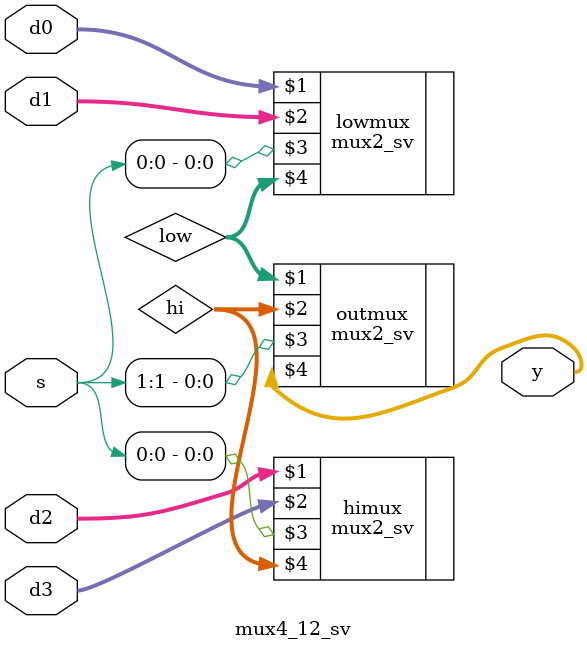
<source format=sv>
module mux4_12_sv
(
input logic [11:0] d0,
input logic [11:0] d1,
input logic [11:0] d2,
input logic [11:0] d3,
input logic [1:0]s,
output logic [11:0] y
);

logic [11:0] low, hi;

mux2_sv #(12) lowmux(d0, d1, s[0], low);
mux2_sv #(12) himux(d2, d3, s[0], hi);
mux2_sv #(12) outmux(low, hi, s[1], y);

endmodule
</source>
